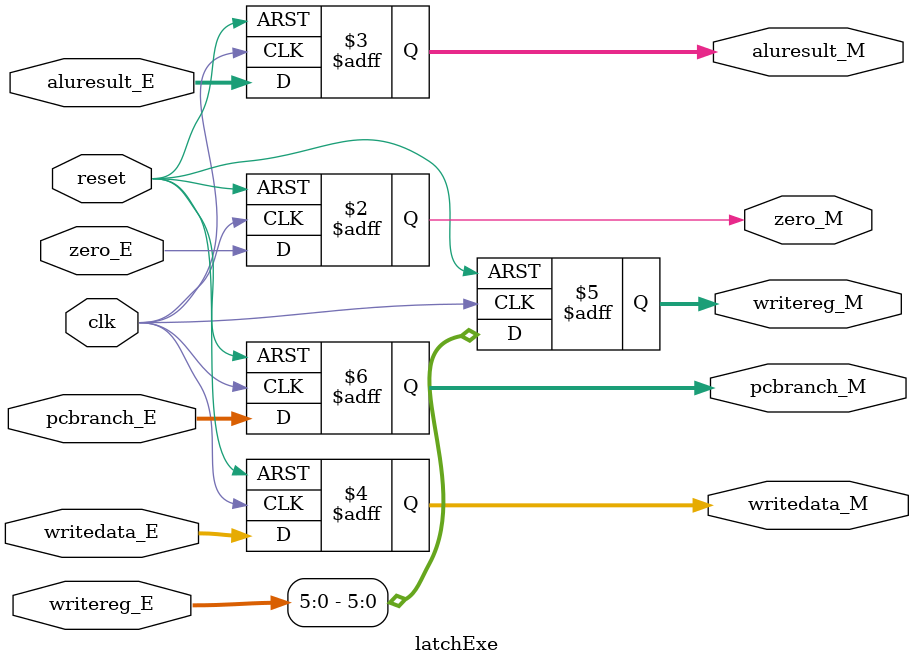
<source format=sv>
module latchExe (input logic clk,
                    input logic reset,
						  input logic zero_E,
						  input logic [31:0] aluresult_E,
						  input logic [31:0] writedata_E,
						  input logic [31:0] writereg_E,
						  input logic [31:0] pcbranch_E,
						  
						  output logic zero_M,
						  output logic [31:0] aluresult_M,
						  output logic [31:0] writedata_M,
						  output logic [5:0] writereg_M,
						  output logic [31:0] pcbranch_M);
						  
    always_ff @(posedge clk, posedge reset) begin
	     if (reset) begin
		      zero_M <= 0;
				aluresult_M <= 0;
				writedata_M <= 0;
				writereg_M <= 0;
				pcbranch_M <= 0;
			end else begin
			        zero_M <= zero_E;
					  aluresult_M <= aluresult_E;
					  writedata_M <= writedata_E;
					  writereg_M <= writereg_E;
					  pcbranch_M <= pcbranch_E;
			    end
	 end
endmodule 
</source>
